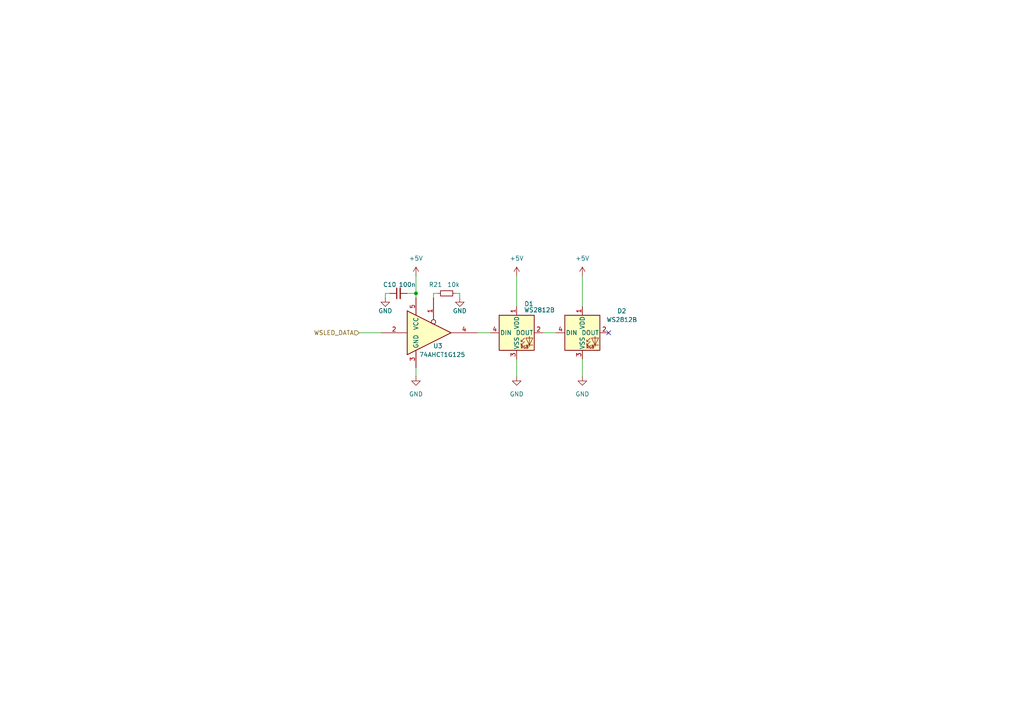
<source format=kicad_sch>
(kicad_sch (version 20231120) (generator "eeschema") (generator_version "8.0")
  (paper "A4")
  (lib_symbols
    (symbol "74xGxx:74AHCT1G125"
      (property "Reference" "U" (at -2.54 3.81 0))
      (property "Value" "74AHCT1G125" (at 0 -3.81 0))
      (symbol "74AHCT1G125_0_1"
        (polyline (pts (xy -7.62 6.35) (xy -7.62 -6.35) (xy 5.08 0) (xy -7.62 6.35)) (stroke (width 0.254)) (fill (type background)))
      )
      (symbol "74AHCT1G125_1_1"
        (pin input inverted (at 0 10.16 270) (length 7.62) (name "~") (number "1"))
        (pin input line (at -15.24 0 0) (length 7.62) (name "~") (number "2"))
        (pin power_in line (at -5.08 -10.16 90) (length 5.08) (name "GND") (number "3"))
        (pin tri_state line (at 12.7 0 180) (length 7.62) (name "~") (number "4"))
        (pin power_in line (at -5.08 10.16 270) (length 5.08) (name "VCC") (number "5"))
      )
    )
    (symbol "Device:C_Small" (pin_numbers hide) (pin_names (offset 0.254) hide)
      (property "Reference" "C" (at 0.254 1.778 0))
      (property "Value" "C_Small" (at 0.254 -2.032 0))
      (symbol "C_Small_0_1"
        (polyline (pts (xy -1.524 -0.508) (xy 1.524 -0.508)) (stroke (width 0.3302)))
        (polyline (pts (xy -1.524 0.508) (xy 1.524 0.508)) (stroke (width 0.3048)))
      )
      (symbol "C_Small_1_1"
        (pin passive line (at 0 2.54 270) (length 2.032) (name "~") (number "1"))
        (pin passive line (at 0 -2.54 90) (length 2.032) (name "~") (number "2"))
      )
    )
    (symbol "Device:R_Small" (pin_numbers hide) (pin_names (offset 0.254) hide)
      (property "Reference" "R" (at 0.762 0.508 0))
      (property "Value" "R_Small" (at 0.762 -1.016 0))
      (symbol "R_Small_0_1"
        (rectangle (start -0.762 1.778) (end 0.762 -1.778) (stroke (width 0.2032)))
      )
      (symbol "R_Small_1_1"
        (pin passive line (at 0 2.54 270) (length 0.762) (name "~") (number "1"))
        (pin passive line (at 0 -2.54 90) (length 0.762) (name "~") (number "2"))
      )
    )
    (symbol "LED:WS2812B" (pin_names (offset 0.254))
      (property "Reference" "D" (at 5.08 5.715 0))
      (property "Value" "WS2812B" (at 1.27 -5.715 0))
      (symbol "WS2812B_0_0"
        (text "RGB" (at 2.286 -4.191 0) (effects (font (size 0.762 0.762))))
      )
      (symbol "WS2812B_0_1"
        (polyline (pts (xy 1.27 -3.556) (xy 1.778 -3.556)))
        (polyline (pts (xy 1.27 -2.54) (xy 1.778 -2.54)))
        (polyline (pts (xy 4.699 -3.556) (xy 2.667 -3.556)))
        (polyline (pts (xy 2.286 -2.54) (xy 1.27 -3.556) (xy 1.27 -3.048)))
        (polyline (pts (xy 2.286 -1.524) (xy 1.27 -2.54) (xy 1.27 -2.032)))
        (polyline (pts (xy 3.683 -1.016) (xy 3.683 -3.556) (xy 3.683 -4.064)))
        (polyline (pts (xy 4.699 -1.524) (xy 2.667 -1.524) (xy 3.683 -3.556) (xy 4.699 -1.524)))
        (rectangle (start 5.08 5.08) (end -5.08 -5.08) (stroke (width 0.254)) (fill (type background)))
      )
      (symbol "WS2812B_1_1"
        (pin power_in line (at 0 7.62 270) (length 2.54) (name "VDD") (number "1"))
        (pin output line (at 7.62 0 180) (length 2.54) (name "DOUT") (number "2"))
        (pin power_in line (at 0 -7.62 90) (length 2.54) (name "VSS") (number "3"))
        (pin input line (at -7.62 0 0) (length 2.54) (name "DIN") (number "4"))
      )
    )
    (symbol "power:+5V" (power) (pin_numbers hide) (pin_names (offset 0) hide)
      (property "Value" "+5V" (at 0 3.556 0))
      (symbol "+5V_0_1"
        (polyline (pts (xy -0.762 1.27) (xy 0 2.54)))
        (polyline (pts (xy 0 0) (xy 0 2.54)))
        (polyline (pts (xy 0 2.54) (xy 0.762 1.27)))
      )
      (symbol "+5V_1_1"
        (pin power_in line (at 0 0 90) (length 0) (name "~") (number "1"))
      )
    )
    (symbol "power:GND" (power) (pin_numbers hide) (pin_names (offset 0) hide)
      (property "Value" "GND" (at 0 -3.81 0))
      (symbol "GND_0_1"
        (polyline (pts (xy 0 0) (xy 0 -1.27) (xy 1.27 -1.27) (xy 0 -2.54) (xy -1.27 -1.27) (xy 0 -1.27)))
      )
      (symbol "GND_1_1"
        (pin power_in line (at 0 0 270) (length 0) (name "~") (number "1"))
      )
    )
  )
  (junction (at 120.65 85.09))
  (no_connect (at 176.53 96.52))
  (wire (pts (xy 120.65 85.09) (xy 120.65 86.36)))
  (wire (pts (xy 149.86 104.14) (xy 149.86 109.22)))
  (wire (pts (xy 118.11 85.09) (xy 120.65 85.09)))
  (wire (pts (xy 133.35 85.09) (xy 132.08 85.09)))
  (wire (pts (xy 125.73 85.09) (xy 125.73 86.36)))
  (wire (pts (xy 149.86 80.01) (xy 149.86 88.9)))
  (wire (pts (xy 133.35 86.36) (xy 133.35 85.09)))
  (wire (pts (xy 120.65 106.68) (xy 120.65 109.22)))
  (wire (pts (xy 157.48 96.52) (xy 161.29 96.52)))
  (wire (pts (xy 120.65 80.01) (xy 120.65 85.09)))
  (wire (pts (xy 168.91 80.01) (xy 168.91 88.9)))
  (wire (pts (xy 168.91 104.14) (xy 168.91 109.22)))
  (wire (pts (xy 125.73 85.09) (xy 127 85.09)))
  (wire (pts (xy 111.76 85.09) (xy 113.03 85.09)))
  (wire (pts (xy 104.14 96.52) (xy 110.49 96.52)))
  (wire (pts (xy 138.43 96.52) (xy 142.24 96.52)))
  (wire (pts (xy 111.76 85.09) (xy 111.76 86.36)))
  (hierarchical_label "WSLED_DATA" (shape input) (at 104.14 96.52 180))
  (symbol (lib_id "74xGxx:74AHCT1G125") (at 125.73 96.52 0) (unit 1)
    (property "Reference" "U3" (at 127 100.33 0))
    (property "Value" "74AHCT1G125" (at 128.27 102.87 0))
    (property "Footprint" "Package_TO_SOT_SMD:SOT-23-5" (effects (hide yes)))
    (property "Datasheet" "http://www.ti.com/lit/sg/scyt129e/scyt129e.pdf" (effects (hide yes)))
    (property "Description" "Single Buffer Gate Tri-State, Low-Voltage CMOS" (effects (hide yes)))
  )
  (symbol (lib_id "power:+5V") (at 149.86 80.01 0) (unit 1)
    (property "Reference" "#PWR035" (effects (hide yes)))
    (property "Value" "+5V" (at 149.86 74.93 0))
    (property "Description" "Power symbol creates a global label with name \"+5V\"" (effects (hide yes)))
  )
  (symbol (lib_id "power:GND") (at 111.76 86.36 0) (unit 1)
    (property "Reference" "#PWR031" (effects (hide yes)))
    (property "Value" "GND" (at 111.76 90.17 0))
    (property "Description" "Power symbol creates a global label with name \"GND\" , ground" (effects (hide yes)))
  )
  (symbol (lib_id "power:GND") (at 120.65 109.22 0) (unit 1)
    (property "Reference" "#PWR033" (effects (hide yes)))
    (property "Value" "GND" (at 120.65 114.3 0))
    (property "Description" "Power symbol creates a global label with name \"GND\" , ground" (effects (hide yes)))
  )
  (symbol (lib_id "power:GND") (at 149.86 109.22 0) (unit 1)
    (property "Reference" "#PWR036" (effects (hide yes)))
    (property "Value" "GND" (at 149.86 114.3 0))
    (property "Description" "Power symbol creates a global label with name \"GND\" , ground" (effects (hide yes)))
  )
  (symbol (lib_id "power:+5V") (at 168.91 80.01 0) (unit 1)
    (property "Reference" "#PWR037" (effects (hide yes)))
    (property "Value" "+5V" (at 168.91 74.93 0))
    (property "Description" "Power symbol creates a global label with name \"+5V\"" (effects (hide yes)))
  )
  (symbol (lib_id "LED:WS2812B") (at 168.91 96.52 0) (unit 1)
    (property "Reference" "D2" (at 180.34 90.2014 0))
    (property "Value" "WS2812B" (at 180.34 92.7414 0))
    (property "Footprint" "LED_SMD:LED_WS2812B-Mini_PLCC4_3.5x3.5mm" (effects (hide yes)))
    (property "Datasheet" "https://cdn-shop.adafruit.com/datasheets/WS2812B.pdf" (effects (hide yes)))
    (property "Description" "RGB LED with integrated controller" (effects (hide yes)))
  )
  (symbol (lib_id "power:GND") (at 133.35 86.36 0) (unit 1)
    (property "Reference" "#PWR034" (effects (hide yes)))
    (property "Value" "GND" (at 133.35 90.17 0))
    (property "Description" "Power symbol creates a global label with name \"GND\" , ground" (effects (hide yes)))
  )
  (symbol (lib_id "Device:C_Small") (at 115.57 85.09 90) (unit 1)
    (property "Reference" "C10" (at 113.03 82.55 90))
    (property "Value" "100n" (at 118.11 82.55 90))
    (property "Footprint" "Capacitor_SMD:C_0603_1608Metric" (effects (hide yes)))
    (property "Description" "Unpolarized capacitor, small symbol" (effects (hide yes)))
  )
  (symbol (lib_id "power:GND") (at 168.91 109.22 0) (unit 1)
    (property "Reference" "#PWR038" (effects (hide yes)))
    (property "Value" "GND" (at 168.91 114.3 0))
    (property "Description" "Power symbol creates a global label with name \"GND\" , ground" (effects (hide yes)))
  )
  (symbol (lib_id "Device:R_Small") (at 129.54 85.09 90) (unit 1)
    (property "Reference" "R21" (at 128.27 82.55 90) (effects (justify left)))
    (property "Value" "10k" (at 133.35 82.55 90) (effects (justify left)))
    (property "Footprint" "Resistor_SMD:R_0603_1608Metric" (effects (hide yes)))
    (property "Description" "Resistor, small symbol" (effects (hide yes)))
  )
  (symbol (lib_id "power:+5V") (at 120.65 80.01 0) (unit 1)
    (property "Reference" "#PWR032" (effects (hide yes)))
    (property "Value" "+5V" (at 120.65 74.93 0))
    (property "Description" "Power symbol creates a global label with name \"+5V\"" (effects (hide yes)))
  )
  (symbol (lib_id "LED:WS2812B") (at 149.86 96.52 0) (unit 1)
    (property "Reference" "D1" (at 153.416 88.138 0))
    (property "Value" "WS2812B" (at 156.464 89.916 0))
    (property "Footprint" "LED_SMD:LED_WS2812B-Mini_PLCC4_3.5x3.5mm" (effects (hide yes)))
    (property "Datasheet" "https://cdn-shop.adafruit.com/datasheets/WS2812B.pdf" (effects (hide yes)))
    (property "Description" "RGB LED with integrated controller" (effects (hide yes)))
  )
)
</source>
